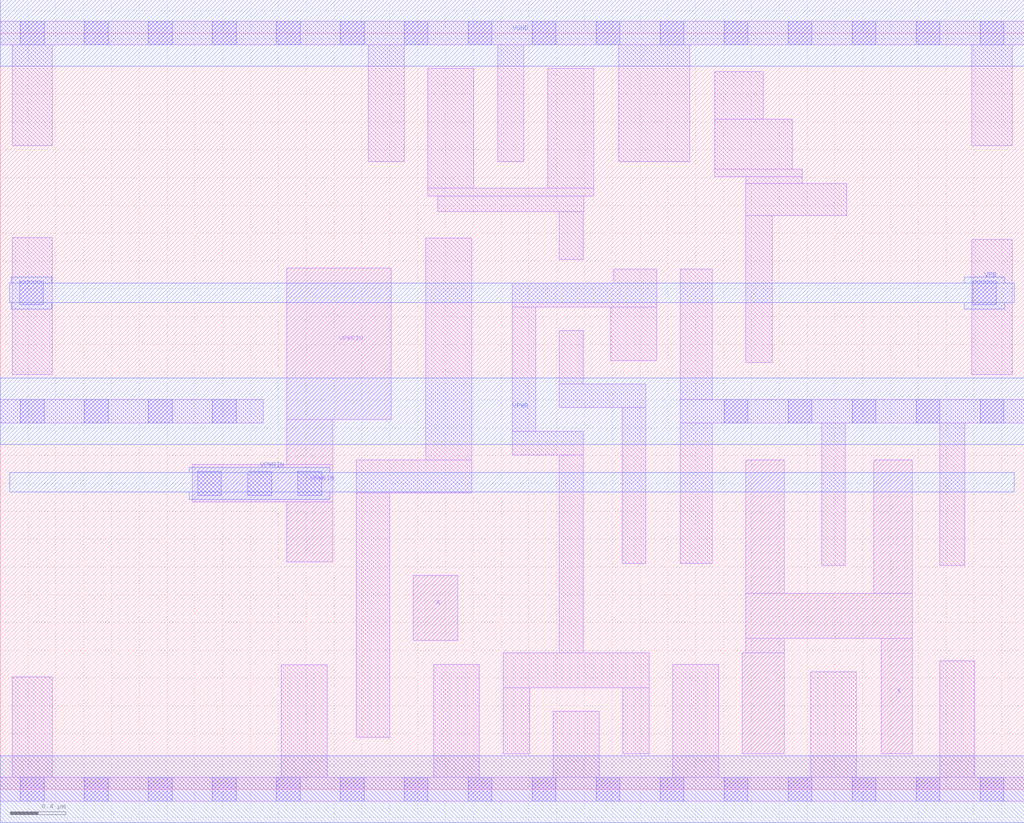
<source format=lef>
# Copyright 2020 The SkyWater PDK Authors
#
# Licensed under the Apache License, Version 2.0 (the "License");
# you may not use this file except in compliance with the License.
# You may obtain a copy of the License at
#
#     https://www.apache.org/licenses/LICENSE-2.0
#
# Unless required by applicable law or agreed to in writing, software
# distributed under the License is distributed on an "AS IS" BASIS,
# WITHOUT WARRANTIES OR CONDITIONS OF ANY KIND, either express or implied.
# See the License for the specific language governing permissions and
# limitations under the License.
#
# SPDX-License-Identifier: Apache-2.0

VERSION 5.7 ;
  NOWIREEXTENSIONATPIN ON ;
  DIVIDERCHAR "/" ;
  BUSBITCHARS "[]" ;
MACRO sky130_fd_sc_hd__lpflow_lsbuf_lh_hl_isowell_tap_4
  CLASS CORE WELLTAP ;
  FOREIGN sky130_fd_sc_hd__lpflow_lsbuf_lh_hl_isowell_tap_4 ;
  ORIGIN  0.000000  0.000000 ;
  SIZE  7.360000 BY  5.440000 ;
  SYMMETRY X Y R90 ;
  SITE unithd ;
  PIN A
    ANTENNAGATEAREA  0.603000 ;
    DIRECTION INPUT ;
    USE SIGNAL ;
    PORT
      LAYER li1 ;
        RECT 2.970000 1.070000 3.290000 1.540000 ;
    END
  END A
  PIN VPB
    ANTENNADIFFAREA  0.297500 ;
    PORT
      LAYER met1 ;
        RECT 0.070000 3.500000 7.290000 3.640000 ;
        RECT 0.080000 3.455000 0.370000 3.500000 ;
        RECT 0.080000 3.640000 0.370000 3.685000 ;
        RECT 6.930000 3.455000 7.220000 3.500000 ;
        RECT 6.930000 3.640000 7.220000 3.685000 ;
    END
  END VPB
  PIN X
    ANTENNADIFFAREA  1.072500 ;
    DIRECTION OUTPUT ;
    USE SIGNAL ;
    PORT
      LAYER li1 ;
        RECT 5.335000 0.255000 5.635000 0.980000 ;
        RECT 5.360000 0.980000 5.635000 1.085000 ;
        RECT 5.360000 1.085000 6.555000 1.410000 ;
        RECT 5.360000 1.410000 5.635000 2.370000 ;
        RECT 6.280000 1.410000 6.555000 2.370000 ;
        RECT 6.335000 0.255000 6.555000 1.085000 ;
    END
  END X
  PIN VGND
    DIRECTION INOUT ;
    SHAPE ABUTMENT ;
    USE GROUND ;
    PORT
      LAYER met1 ;
        RECT 0.000000 5.200000 7.360000 5.680000 ;
    END
  END VGND
  PIN VPWR
    DIRECTION INOUT ;
    SHAPE ABUTMENT ;
    USE POWER ;
    PORT
      LAYER met1 ;
        RECT 0.000000 2.480000 7.360000 2.960000 ;
    END
  END VPWR
  PIN VPWRIN
    DIRECTION INOUT ;
    SHAPE ABUTMENT ;
    USE POWER ;
    PORT
      LAYER li1 ;
        RECT 1.380000 2.065000 2.390000 2.335000 ;
        RECT 2.060000 1.635000 2.390000 2.065000 ;
        RECT 2.060000 2.335000 2.390000 2.660000 ;
        RECT 2.060000 2.660000 2.810000 3.750000 ;
      LAYER mcon ;
        RECT 1.420000 2.115000 1.590000 2.285000 ;
        RECT 1.780000 2.115000 1.950000 2.285000 ;
        RECT 2.140000 2.115000 2.310000 2.285000 ;
    END
    PORT
      LAYER met1 ;
        RECT 0.070000 2.140000 7.290000 2.280000 ;
        RECT 1.360000 2.085000 2.370000 2.140000 ;
        RECT 1.360000 2.280000 2.370000 2.315000 ;
    END
  END VPWRIN
  OBS
    LAYER li1 ;
      RECT 0.000000 -0.085000 7.360000 0.085000 ;
      RECT 0.000000  2.635000 1.890000 2.805000 ;
      RECT 0.000000  5.355000 7.360000 5.525000 ;
      RECT 0.085000  0.085000 0.375000 0.810000 ;
      RECT 0.085000  2.985000 0.375000 3.970000 ;
      RECT 0.085000  4.630000 0.375000 5.355000 ;
      RECT 2.020000  0.085000 2.350000 0.895000 ;
      RECT 2.560000  0.375000 2.800000 2.130000 ;
      RECT 2.560000  2.130000 3.390000 2.370000 ;
      RECT 2.645000  4.515000 2.905000 5.355000 ;
      RECT 3.060000  2.370000 3.390000 3.965000 ;
      RECT 3.075000  4.265000 4.265000 4.325000 ;
      RECT 3.075000  4.325000 3.405000 5.185000 ;
      RECT 3.115000  0.085000 3.445000 0.900000 ;
      RECT 3.145000  4.155000 4.195000 4.265000 ;
      RECT 3.575000  4.515000 3.765000 5.355000 ;
      RECT 3.615000  0.255000 3.805000 0.730000 ;
      RECT 3.615000  0.730000 4.665000 0.980000 ;
      RECT 3.680000  2.405000 4.190000 2.575000 ;
      RECT 3.680000  2.575000 3.850000 3.470000 ;
      RECT 3.680000  3.470000 4.720000 3.640000 ;
      RECT 3.935000  4.325000 4.265000 5.185000 ;
      RECT 3.975000  0.085000 4.305000 0.560000 ;
      RECT 4.020000  0.980000 4.190000 2.405000 ;
      RECT 4.020000  2.745000 4.640000 2.915000 ;
      RECT 4.020000  2.915000 4.190000 3.300000 ;
      RECT 4.020000  3.810000 4.190000 4.155000 ;
      RECT 4.390000  3.085000 4.720000 3.470000 ;
      RECT 4.410000  3.640000 4.720000 3.740000 ;
      RECT 4.445000  4.515000 4.955000 5.355000 ;
      RECT 4.470000  1.625000 4.640000 2.745000 ;
      RECT 4.475000  0.255000 4.665000 0.730000 ;
      RECT 4.835000  0.085000 5.165000 0.900000 ;
      RECT 4.890000  1.625000 5.120000 2.635000 ;
      RECT 4.890000  2.635000 7.360000 2.805000 ;
      RECT 4.890000  2.805000 5.120000 3.740000 ;
      RECT 5.135000  4.405000 5.765000 4.460000 ;
      RECT 5.135000  4.460000 5.695000 4.820000 ;
      RECT 5.135000  4.820000 5.485000 5.160000 ;
      RECT 5.360000  3.070000 5.550000 4.125000 ;
      RECT 5.360000  4.125000 6.085000 4.355000 ;
      RECT 5.360000  4.355000 5.765000 4.405000 ;
      RECT 5.825000  0.085000 6.155000 0.845000 ;
      RECT 5.905000  1.610000 6.075000 2.635000 ;
      RECT 6.755000  0.085000 7.005000 0.925000 ;
      RECT 6.755000  1.610000 6.935000 2.635000 ;
      RECT 6.985000  2.985000 7.275000 3.955000 ;
      RECT 6.985000  4.630000 7.275000 5.355000 ;
    LAYER mcon ;
      RECT 0.140000  3.485000 0.310000 3.655000 ;
      RECT 0.145000 -0.085000 0.315000 0.085000 ;
      RECT 0.145000  2.635000 0.315000 2.805000 ;
      RECT 0.145000  5.355000 0.315000 5.525000 ;
      RECT 0.605000 -0.085000 0.775000 0.085000 ;
      RECT 0.605000  2.635000 0.775000 2.805000 ;
      RECT 0.605000  5.355000 0.775000 5.525000 ;
      RECT 1.065000 -0.085000 1.235000 0.085000 ;
      RECT 1.065000  2.635000 1.235000 2.805000 ;
      RECT 1.065000  5.355000 1.235000 5.525000 ;
      RECT 1.525000 -0.085000 1.695000 0.085000 ;
      RECT 1.525000  2.635000 1.695000 2.805000 ;
      RECT 1.525000  5.355000 1.695000 5.525000 ;
      RECT 1.985000 -0.085000 2.155000 0.085000 ;
      RECT 1.985000  5.355000 2.155000 5.525000 ;
      RECT 2.445000 -0.085000 2.615000 0.085000 ;
      RECT 2.445000  5.355000 2.615000 5.525000 ;
      RECT 2.905000 -0.085000 3.075000 0.085000 ;
      RECT 2.905000  5.355000 3.075000 5.525000 ;
      RECT 3.365000 -0.085000 3.535000 0.085000 ;
      RECT 3.365000  5.355000 3.535000 5.525000 ;
      RECT 3.825000 -0.085000 3.995000 0.085000 ;
      RECT 3.825000  5.355000 3.995000 5.525000 ;
      RECT 4.285000 -0.085000 4.455000 0.085000 ;
      RECT 4.285000  5.355000 4.455000 5.525000 ;
      RECT 4.745000 -0.085000 4.915000 0.085000 ;
      RECT 4.745000  5.355000 4.915000 5.525000 ;
      RECT 5.205000 -0.085000 5.375000 0.085000 ;
      RECT 5.205000  2.635000 5.375000 2.805000 ;
      RECT 5.205000  5.355000 5.375000 5.525000 ;
      RECT 5.665000 -0.085000 5.835000 0.085000 ;
      RECT 5.665000  2.635000 5.835000 2.805000 ;
      RECT 5.665000  5.355000 5.835000 5.525000 ;
      RECT 6.125000 -0.085000 6.295000 0.085000 ;
      RECT 6.125000  2.635000 6.295000 2.805000 ;
      RECT 6.125000  5.355000 6.295000 5.525000 ;
      RECT 6.585000 -0.085000 6.755000 0.085000 ;
      RECT 6.585000  2.635000 6.755000 2.805000 ;
      RECT 6.585000  5.355000 6.755000 5.525000 ;
      RECT 6.990000  3.485000 7.160000 3.655000 ;
      RECT 7.045000 -0.085000 7.215000 0.085000 ;
      RECT 7.045000  2.635000 7.215000 2.805000 ;
      RECT 7.045000  5.355000 7.215000 5.525000 ;
    LAYER met1 ;
      RECT 0.000000 -0.240000 7.360000 0.240000 ;
  END
END sky130_fd_sc_hd__lpflow_lsbuf_lh_hl_isowell_tap_4
END LIBRARY

</source>
